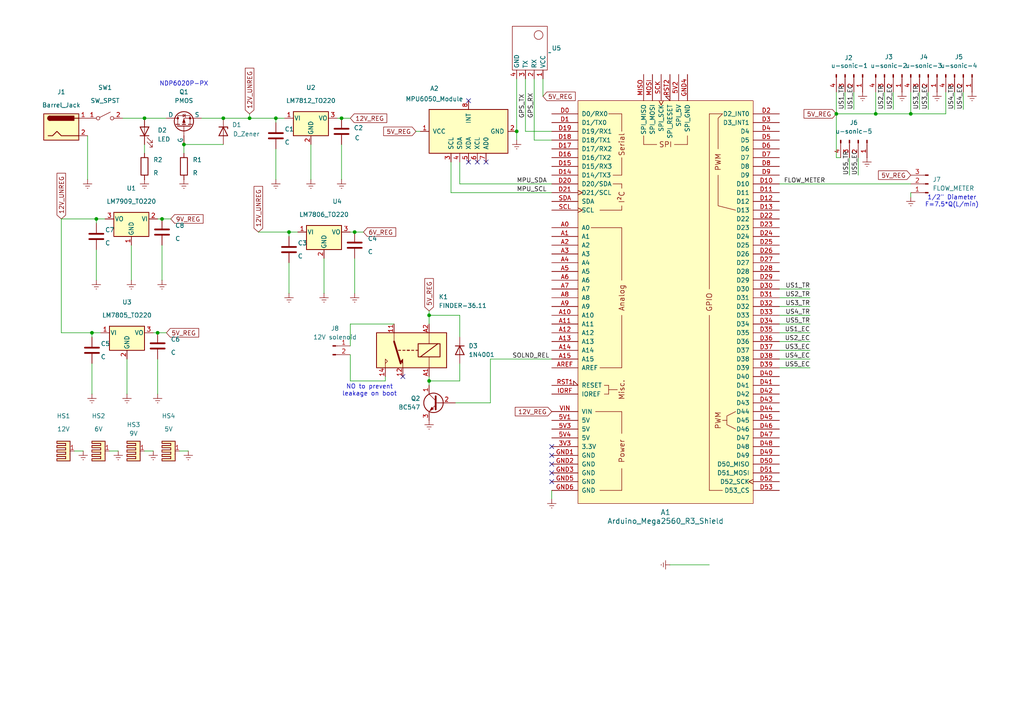
<source format=kicad_sch>
(kicad_sch (version 20231120) (generator "eeschema") (generator_version "8.0")
  (paper "A4")
  (lib_symbols
    (symbol "Charleslabs_Parts:MPU6050_Module" (pin_names (offset 1.016))
      (property "Reference" "A" (at -5.08 12.7 0))
      (property "Value" "MPU6050_Module" (at 8.89 12.7 0))
      (symbol "MPU6050_Module_0_1"
        (rectangle (start -6.35 11.43) (end 6.35 -11.43) (stroke (width 0.254)) (fill (type background)))
      )
      (symbol "MPU6050_Module_1_1"
        (pin power_in line (at 0 13.97 270) (length 2.54) (name "VCC") (number "1"))
        (pin power_in line (at 0 -13.97 90) (length 2.54) (name "GND") (number "2"))
        (pin input line (at -8.89 5.08 0) (length 2.54) (name "SCL") (number "3"))
        (pin input line (at -8.89 2.54 0) (length 2.54) (name "SDA") (number "4"))
        (pin input line (at -8.89 0 0) (length 2.54) (name "XDA") (number "5"))
        (pin input line (at -8.89 -2.54 0) (length 2.54) (name "XCL") (number "6"))
        (pin input line (at -8.89 -5.08 0) (length 2.54) (name "AD0") (number "7"))
        (pin output line (at 8.89 0 180) (length 2.54) (name "INT") (number "8"))
      )
    )
    (symbol "Connector:Barrel_Jack" (pin_names (offset 1.016))
      (property "Reference" "J" (at 0 5.334 0))
      (property "Value" "Barrel_Jack" (at 0 -5.08 0))
      (symbol "Barrel_Jack_0_1"
        (rectangle (start -5.08 3.81) (end 5.08 -3.81) (stroke (width 0.254)) (fill (type background)))
        (arc (start -3.302 3.175) (mid -3.9343 2.54) (end -3.302 1.905) (stroke (width 0.254)))
        (arc (start -3.302 3.175) (mid -3.9343 2.54) (end -3.302 1.905) (stroke (width 0.254)) (fill (type outline)))
        (polyline (pts (xy 5.08 2.54) (xy 3.81 2.54)) (stroke (width 0.254)))
        (polyline (pts (xy -3.81 -2.54) (xy -2.54 -2.54) (xy -1.27 -1.27) (xy 0 -2.54) (xy 2.54 -2.54) (xy 5.08 -2.54)) (stroke (width 0.254)))
        (rectangle (start 3.683 3.175) (end -3.302 1.905) (stroke (width 0.254)) (fill (type outline)))
      )
      (symbol "Barrel_Jack_1_1"
        (pin passive line (at 7.62 2.54 180) (length 2.54) (name "~") (number "1"))
        (pin passive line (at 7.62 -2.54 180) (length 2.54) (name "~") (number "2"))
      )
    )
    (symbol "Connector:Conn_01x02_Pin" (pin_names (offset 1.016) hide)
      (property "Reference" "J" (at 0 2.54 0))
      (property "Value" "Conn_01x02_Pin" (at 0 -5.08 0))
      (symbol "Conn_01x02_Pin_1_1"
        (polyline (pts (xy 1.27 -2.54) (xy 0.8636 -2.54)) (stroke (width 0.1524)))
        (polyline (pts (xy 1.27 0) (xy 0.8636 0)) (stroke (width 0.1524)))
        (rectangle (start 0.8636 -2.413) (end 0 -2.667) (stroke (width 0.1524)) (fill (type outline)))
        (rectangle (start 0.8636 0.127) (end 0 -0.127) (stroke (width 0.1524)) (fill (type outline)))
        (pin passive line (at 5.08 0 180) (length 3.81) (name "Pin_1") (number "1"))
        (pin passive line (at 5.08 -2.54 180) (length 3.81) (name "Pin_2") (number "2"))
      )
    )
    (symbol "Connector:Conn_01x03_Pin" (pin_names (offset 1.016) hide)
      (property "Reference" "J" (at 0 5.08 0))
      (property "Value" "Conn_01x03_Pin" (at 0 -5.08 0))
      (symbol "Conn_01x03_Pin_1_1"
        (polyline (pts (xy 1.27 -2.54) (xy 0.8636 -2.54)) (stroke (width 0.1524)))
        (polyline (pts (xy 1.27 0) (xy 0.8636 0)) (stroke (width 0.1524)))
        (polyline (pts (xy 1.27 2.54) (xy 0.8636 2.54)) (stroke (width 0.1524)))
        (rectangle (start 0.8636 -2.413) (end 0 -2.667) (stroke (width 0.1524)) (fill (type outline)))
        (rectangle (start 0.8636 0.127) (end 0 -0.127) (stroke (width 0.1524)) (fill (type outline)))
        (rectangle (start 0.8636 2.667) (end 0 2.413) (stroke (width 0.1524)) (fill (type outline)))
        (pin passive line (at 5.08 2.54 180) (length 3.81) (name "Pin_1") (number "1"))
        (pin passive line (at 5.08 0 180) (length 3.81) (name "Pin_2") (number "2"))
        (pin passive line (at 5.08 -2.54 180) (length 3.81) (name "Pin_3") (number "3"))
      )
    )
    (symbol "Connector:Conn_01x04_Pin" (pin_names (offset 1.016) hide)
      (property "Reference" "J" (at 0 5.08 0))
      (property "Value" "Conn_01x04_Pin" (at 0 -7.62 0))
      (symbol "Conn_01x04_Pin_1_1"
        (polyline (pts (xy 1.27 -5.08) (xy 0.8636 -5.08)) (stroke (width 0.1524)))
        (polyline (pts (xy 1.27 -2.54) (xy 0.8636 -2.54)) (stroke (width 0.1524)))
        (polyline (pts (xy 1.27 0) (xy 0.8636 0)) (stroke (width 0.1524)))
        (polyline (pts (xy 1.27 2.54) (xy 0.8636 2.54)) (stroke (width 0.1524)))
        (rectangle (start 0.8636 -4.953) (end 0 -5.207) (stroke (width 0.1524)) (fill (type outline)))
        (rectangle (start 0.8636 -2.413) (end 0 -2.667) (stroke (width 0.1524)) (fill (type outline)))
        (rectangle (start 0.8636 0.127) (end 0 -0.127) (stroke (width 0.1524)) (fill (type outline)))
        (rectangle (start 0.8636 2.667) (end 0 2.413) (stroke (width 0.1524)) (fill (type outline)))
        (pin passive line (at 5.08 2.54 180) (length 3.81) (name "Pin_1") (number "1"))
        (pin passive line (at 5.08 0 180) (length 3.81) (name "Pin_2") (number "2"))
        (pin passive line (at 5.08 -2.54 180) (length 3.81) (name "Pin_3") (number "3"))
        (pin passive line (at 5.08 -5.08 180) (length 3.81) (name "Pin_4") (number "4"))
      )
    )
    (symbol "Device:C" (pin_numbers hide) (pin_names (offset 0.254))
      (property "Reference" "C" (at 0.635 2.54 0))
      (property "Value" "C" (at 0.635 -2.54 0))
      (symbol "C_0_1"
        (polyline (pts (xy -2.032 -0.762) (xy 2.032 -0.762)) (stroke (width 0.508)))
        (polyline (pts (xy -2.032 0.762) (xy 2.032 0.762)) (stroke (width 0.508)))
      )
      (symbol "C_1_1"
        (pin passive line (at 0 3.81 270) (length 2.794) (name "~") (number "1"))
        (pin passive line (at 0 -3.81 90) (length 2.794) (name "~") (number "2"))
      )
    )
    (symbol "Device:D_Zener" (pin_numbers hide) (pin_names (offset 1.016) hide)
      (property "Reference" "D" (at 0 2.54 0))
      (property "Value" "D_Zener" (at 0 -2.54 0))
      (symbol "D_Zener_0_1"
        (polyline (pts (xy 1.27 0) (xy -1.27 0)))
        (polyline (pts (xy -1.27 -1.27) (xy -1.27 1.27) (xy -0.762 1.27)) (stroke (width 0.254)))
        (polyline (pts (xy 1.27 -1.27) (xy 1.27 1.27) (xy -1.27 0) (xy 1.27 -1.27)) (stroke (width 0.254)))
      )
      (symbol "D_Zener_1_1"
        (pin passive line (at -3.81 0 0) (length 2.54) (name "K") (number "1"))
        (pin passive line (at 3.81 0 180) (length 2.54) (name "A") (number "2"))
      )
    )
    (symbol "Device:LED" (pin_numbers hide) (pin_names (offset 1.016) hide)
      (property "Reference" "D" (at 0 2.54 0))
      (property "Value" "LED" (at 0 -2.54 0))
      (symbol "LED_0_1"
        (polyline (pts (xy -1.27 -1.27) (xy -1.27 1.27)) (stroke (width 0.254)))
        (polyline (pts (xy -1.27 0) (xy 1.27 0)))
        (polyline (pts (xy 1.27 -1.27) (xy 1.27 1.27) (xy -1.27 0) (xy 1.27 -1.27)) (stroke (width 0.254)))
        (polyline (pts (xy -3.048 -0.762) (xy -4.572 -2.286) (xy -3.81 -2.286) (xy -4.572 -2.286) (xy -4.572 -1.524)))
        (polyline (pts (xy -1.778 -0.762) (xy -3.302 -2.286) (xy -2.54 -2.286) (xy -3.302 -2.286) (xy -3.302 -1.524)))
      )
      (symbol "LED_1_1"
        (pin passive line (at -3.81 0 0) (length 2.54) (name "K") (number "1"))
        (pin passive line (at 3.81 0 180) (length 2.54) (name "A") (number "2"))
      )
    )
    (symbol "Device:R" (pin_numbers hide) (pin_names (offset 0))
      (property "Reference" "R" (at 2.032 0 90))
      (property "Value" "R" (at 0 0 90))
      (symbol "R_0_1"
        (rectangle (start -1.016 -2.54) (end 1.016 2.54) (stroke (width 0.254)))
      )
      (symbol "R_1_1"
        (pin passive line (at 0 3.81 270) (length 1.27) (name "~") (number "1"))
        (pin passive line (at 0 -3.81 90) (length 1.27) (name "~") (number "2"))
      )
    )
    (symbol "Diode:1N4001" (pin_numbers hide) (pin_names hide)
      (property "Reference" "D" (at 0 2.54 0))
      (property "Value" "1N4001" (at 0 -2.54 0))
      (symbol "1N4001_0_1"
        (polyline (pts (xy -1.27 1.27) (xy -1.27 -1.27)) (stroke (width 0.254)))
        (polyline (pts (xy 1.27 0) (xy -1.27 0)))
        (polyline (pts (xy 1.27 1.27) (xy 1.27 -1.27) (xy -1.27 0) (xy 1.27 1.27)) (stroke (width 0.254)))
      )
      (symbol "1N4001_1_1"
        (pin passive line (at -3.81 0 0) (length 2.54) (name "K") (number "1"))
        (pin passive line (at 3.81 0 180) (length 2.54) (name "A") (number "2"))
      )
    )
    (symbol "Mechanical:Heatsink_Pad" (pin_names (offset 0)) (exclude_from_sim yes)
      (property "Reference" "HS" (at 0 5.715 0))
      (property "Value" "Heatsink_Pad" (at 0 3.81 0))
      (symbol "Heatsink_Pad_0_1"
        (polyline (pts (xy -0.3302 0) (xy -0.9652 0) (xy -0.9652 2.54) (xy -1.6002 2.54) (xy -1.6002 0) (xy -2.2352 0) (xy -2.2352 2.54) (xy -2.8702 2.54) (xy -2.8702 -1.27) (xy -0.9652 -1.27)) (stroke (width 0.254)) (fill (type background)))
        (polyline (pts (xy -0.3302 0) (xy -0.3302 2.54) (xy 0.3048 2.54) (xy 0.3048 0) (xy 0.9398 0) (xy 0.9398 2.54) (xy 1.5748 2.54) (xy 1.5748 0) (xy 2.2098 0) (xy 2.2098 2.54) (xy 2.8448 2.54) (xy 2.8448 -1.27) (xy -0.9652 -1.27)) (stroke (width 0.254)) (fill (type background)))
      )
      (symbol "Heatsink_Pad_1_1"
        (pin passive line (at 0 -2.54 90) (length 1.27) (name "~") (number "1"))
      )
    )
    (symbol "PCM_arduino-library:Arduino_Mega2560_R3_Shield" (pin_names (offset 1.016))
      (property "Reference" "A" (at 0 -62.23 0))
      (property "Value" "Arduino_Mega2560_R3_Shield" (at 0 -66.04 0))
      (symbol "Arduino_Mega2560_R3_Shield_0_0"
        (rectangle (start -25.4 -58.42) (end 25.4 58.42) (fill (type background)))
        (rectangle (start -20.32 -31.75) (end -12.7 -31.75))
        (rectangle (start -19.05 -54.61) (end -12.7 -54.61))
        (rectangle (start -19.05 -19.05) (end -12.7 -19.05))
        (rectangle (start -19.05 26.67) (end -12.7 26.67))
        (rectangle (start -17.78 -26.67) (end -16.51 -26.67))
        (rectangle (start -17.78 -24.13) (end -16.51 -24.13))
        (rectangle (start -16.51 -25.4) (end -13.97 -25.4))
        (rectangle (start -16.51 -24.13) (end -16.51 -26.67))
        (rectangle (start -16.51 54.61) (end -12.7 54.61))
        (rectangle (start -15.24 34.29) (end -12.7 34.29))
        (rectangle (start -15.24 36.83) (end -12.7 36.83))
        (rectangle (start -12.7 -54.61) (end -12.7 -48.26))
        (rectangle (start -12.7 -31.75) (end -12.7 -38.1))
        (rectangle (start -12.7 26.67) (end -12.7 27.94))
        (rectangle (start -12.7 34.29) (end -12.7 33.02))
        (rectangle (start -12.7 41.91) (end -12.7 36.83))
        (rectangle (start -12.7 49.53) (end -12.7 54.61))
        (rectangle (start -6.35 48.26) (end -6.35 45.72))
        (rectangle (start -2.54 45.72) (end -6.35 45.72))
        (polyline (pts (xy -21.59 21.59) (xy -12.7 21.59)))
        (polyline (pts (xy -12.7 -19.05) (xy -12.7 -3.81)))
        (polyline (pts (xy -12.7 6.35) (xy -12.7 21.59)))
        (polyline (pts (xy 12.7 -54.61) (xy 16.51 -54.61)))
        (polyline (pts (xy 12.7 54.61) (xy 16.51 54.61)))
        (polyline (pts (xy 17.78 -34.29) (xy 16.51 -34.29)))
        (polyline (pts (xy 15.24 36.83) (xy 15.24 27.94) (xy 20.32 26.67)))
        (polyline (pts (xy 15.24 44.45) (xy 15.24 53.34) (xy 16.51 54.61)))
        (polyline (pts (xy 20.32 -31.75) (xy 17.78 -33.02) (xy 17.78 -35.56) (xy 20.32 -36.83)))
        (rectangle (start 6.35 45.72) (end 2.54 45.72))
        (rectangle (start 6.35 48.26) (end 6.35 45.72))
        (text "Analog" (at -12.7 1.27 900) (effects (font (size 1.524 1.524))))
        (text "I²C" (at -12.7 30.48 900) (effects (font (size 1.524 1.524))))
        (text "Misc." (at -12.7 -25.4 900) (effects (font (size 1.524 1.524))))
        (text "Power" (at -12.7 -43.18 900) (effects (font (size 1.524 1.524))))
        (text "PWM" (at 15.24 -34.29 900) (effects (font (size 1.524 1.524))))
        (text "PWM" (at 15.24 40.64 900) (effects (font (size 1.524 1.524))))
        (text "Serial" (at -12.7 45.72 900) (effects (font (size 1.524 1.524))))
        (text "SPI" (at 0 45.72 0) (effects (font (size 1.524 1.524))))
      )
      (symbol "Arduino_Mega2560_R3_Shield_1_0"
        (rectangle (start 12.7 -54.61) (end 12.7 -3.81))
        (rectangle (start 12.7 54.61) (end 12.7 3.81))
        (text "GPIO" (at 12.7 0 900) (effects (font (size 1.524 1.524))))
      )
      (symbol "Arduino_Mega2560_R3_Shield_1_1"
        (pin power_out line (at -33.02 -41.91 0) (length 7.62) (name "3.3V") (number "3V3"))
        (pin power_in line (at -33.02 -34.29 0) (length 7.62) (name "5V") (number "5V1"))
        (pin power_in line (at 3.81 66.04 270) (length 7.62) (name "SPI_5V") (number "5V2"))
        (pin power_in line (at -33.02 -36.83 0) (length 7.62) (name "5V") (number "5V3"))
        (pin power_in line (at -33.02 -39.37 0) (length 7.62) (name "5V") (number "5V4"))
        (pin bidirectional line (at -33.02 21.59 0) (length 7.62) (name "A0") (number "A0"))
        (pin bidirectional line (at -33.02 19.05 0) (length 7.62) (name "A1") (number "A1"))
        (pin bidirectional line (at -33.02 -3.81 0) (length 7.62) (name "A10") (number "A10"))
        (pin bidirectional line (at -33.02 -6.35 0) (length 7.62) (name "A11") (number "A11"))
        (pin bidirectional line (at -33.02 -8.89 0) (length 7.62) (name "A12") (number "A12"))
        (pin bidirectional line (at -33.02 -11.43 0) (length 7.62) (name "A13") (number "A13"))
        (pin bidirectional line (at -33.02 -13.97 0) (length 7.62) (name "A14") (number "A14"))
        (pin bidirectional line (at -33.02 -16.51 0) (length 7.62) (name "A15") (number "A15"))
        (pin bidirectional line (at -33.02 16.51 0) (length 7.62) (name "A2") (number "A2"))
        (pin bidirectional line (at -33.02 13.97 0) (length 7.62) (name "A3") (number "A3"))
        (pin bidirectional line (at -33.02 11.43 0) (length 7.62) (name "A4") (number "A4"))
        (pin bidirectional line (at -33.02 8.89 0) (length 7.62) (name "A5") (number "A5"))
        (pin bidirectional line (at -33.02 6.35 0) (length 7.62) (name "A6") (number "A6"))
        (pin bidirectional line (at -33.02 3.81 0) (length 7.62) (name "A7") (number "A7"))
        (pin bidirectional line (at -33.02 1.27 0) (length 7.62) (name "A8") (number "A8"))
        (pin bidirectional line (at -33.02 -1.27 0) (length 7.62) (name "A9") (number "A9"))
        (pin input line (at -33.02 -19.05 0) (length 7.62) (name "AREF") (number "AREF"))
        (pin bidirectional line (at -33.02 54.61 0) (length 7.62) (name "D0/RX0") (number "D0"))
        (pin bidirectional line (at -33.02 52.07 0) (length 7.62) (name "D1/TX0") (number "D1"))
        (pin bidirectional line (at 33.02 34.29 180) (length 7.62) (name "D10") (number "D10"))
        (pin bidirectional line (at 33.02 31.75 180) (length 7.62) (name "D11") (number "D11"))
        (pin bidirectional line (at 33.02 29.21 180) (length 7.62) (name "D12") (number "D12"))
        (pin bidirectional line (at 33.02 26.67 180) (length 7.62) (name "D13") (number "D13"))
        (pin bidirectional line (at -33.02 36.83 0) (length 7.62) (name "D14/TX3") (number "D14"))
        (pin bidirectional line (at -33.02 39.37 0) (length 7.62) (name "D15/RX3") (number "D15"))
        (pin bidirectional line (at -33.02 41.91 0) (length 7.62) (name "D16/TX2") (number "D16"))
        (pin bidirectional line (at -33.02 44.45 0) (length 7.62) (name "D17/RX2") (number "D17"))
        (pin bidirectional line (at -33.02 46.99 0) (length 7.62) (name "D18/TX1") (number "D18"))
        (pin bidirectional line (at -33.02 49.53 0) (length 7.62) (name "D19/RX1") (number "D19"))
        (pin bidirectional line (at 33.02 54.61 180) (length 7.62) (name "D2_INT0") (number "D2"))
        (pin bidirectional line (at -33.02 34.29 0) (length 7.62) (name "D20/SDA") (number "D20"))
        (pin bidirectional clock (at -33.02 31.75 0) (length 7.62) (name "D21/SCL") (number "D21"))
        (pin bidirectional line (at 33.02 24.13 180) (length 7.62) (name "D22") (number "D22"))
        (pin bidirectional line (at 33.02 21.59 180) (length 7.62) (name "D23") (number "D23"))
        (pin bidirectional line (at 33.02 19.05 180) (length 7.62) (name "D24") (number "D24"))
        (pin bidirectional line (at 33.02 16.51 180) (length 7.62) (name "D25") (number "D25"))
        (pin bidirectional line (at 33.02 13.97 180) (length 7.62) (name "D26") (number "D26"))
        (pin bidirectional line (at 33.02 11.43 180) (length 7.62) (name "D27") (number "D27"))
        (pin bidirectional line (at 33.02 8.89 180) (length 7.62) (name "D28") (number "D28"))
        (pin bidirectional line (at 33.02 6.35 180) (length 7.62) (name "D29") (number "D29"))
        (pin bidirectional line (at 33.02 52.07 180) (length 7.62) (name "D3_INT1") (number "D3"))
        (pin bidirectional line (at 33.02 3.81 180) (length 7.62) (name "D30") (number "D30"))
        (pin bidirectional line (at 33.02 1.27 180) (length 7.62) (name "D31") (number "D31"))
        (pin bidirectional line (at 33.02 -1.27 180) (length 7.62) (name "D32") (number "D32"))
        (pin bidirectional line (at 33.02 -3.81 180) (length 7.62) (name "D33") (number "D33"))
        (pin bidirectional line (at 33.02 -6.35 180) (length 7.62) (name "D34") (number "D34"))
        (pin bidirectional line (at 33.02 -8.89 180) (length 7.62) (name "D35") (number "D35"))
        (pin bidirectional line (at 33.02 -11.43 180) (length 7.62) (name "D36") (number "D36"))
        (pin bidirectional line (at 33.02 -13.97 180) (length 7.62) (name "D37") (number "D37"))
        (pin bidirectional line (at 33.02 -16.51 180) (length 7.62) (name "D38") (number "D38"))
        (pin bidirectional line (at 33.02 -19.05 180) (length 7.62) (name "D39") (number "D39"))
        (pin bidirectional line (at 33.02 49.53 180) (length 7.62) (name "D4") (number "D4"))
        (pin bidirectional line (at 33.02 -21.59 180) (length 7.62) (name "D40") (number "D40"))
        (pin bidirectional line (at 33.02 -24.13 180) (length 7.62) (name "D41") (number "D41"))
        (pin bidirectional line (at 33.02 -26.67 180) (length 7.62) (name "D42") (number "D42"))
        (pin bidirectional line (at 33.02 -29.21 180) (length 7.62) (name "D43") (number "D43"))
        (pin bidirectional line (at 33.02 -31.75 180) (length 7.62) (name "D44") (number "D44"))
        (pin bidirectional line (at 33.02 -34.29 180) (length 7.62) (name "D45") (number "D45"))
        (pin bidirectional line (at 33.02 -36.83 180) (length 7.62) (name "D46") (number "D46"))
        (pin bidirectional line (at 33.02 -39.37 180) (length 7.62) (name "D47") (number "D47"))
        (pin bidirectional line (at 33.02 -41.91 180) (length 7.62) (name "D48") (number "D48"))
        (pin bidirectional line (at 33.02 -44.45 180) (length 7.62) (name "D49") (number "D49"))
        (pin bidirectional line (at 33.02 46.99 180) (length 7.62) (name "D5") (number "D5"))
        (pin bidirectional line (at 33.02 -46.99 180) (length 7.62) (name "D50_MISO") (number "D50"))
        (pin bidirectional line (at 33.02 -49.53 180) (length 7.62) (name "D51_MOSI") (number "D51"))
        (pin bidirectional clock (at 33.02 -52.07 180) (length 7.62) (name "D52_SCK") (number "D52"))
        (pin bidirectional line (at 33.02 -54.61 180) (length 7.62) (name "D53_CS") (number "D53"))
        (pin bidirectional line (at 33.02 44.45 180) (length 7.62) (name "D6") (number "D6"))
        (pin bidirectional line (at 33.02 41.91 180) (length 7.62) (name "D7") (number "D7"))
        (pin bidirectional line (at 33.02 39.37 180) (length 7.62) (name "D8") (number "D8"))
        (pin bidirectional line (at 33.02 36.83 180) (length 7.62) (name "D9") (number "D9"))
        (pin power_in line (at -33.02 -44.45 0) (length 7.62) (name "GND") (number "GND1"))
        (pin power_in line (at -33.02 -46.99 0) (length 7.62) (name "GND") (number "GND2"))
        (pin power_in line (at -33.02 -49.53 0) (length 7.62) (name "GND") (number "GND3"))
        (pin power_in line (at 6.35 66.04 270) (length 7.62) (name "SPI_GND") (number "GND4"))
        (pin power_in line (at -33.02 -52.07 0) (length 7.62) (name "GND") (number "GND5"))
        (pin power_in line (at -33.02 -54.61 0) (length 7.62) (name "GND") (number "GND6"))
        (pin output line (at -33.02 -26.67 0) (length 7.62) (name "IOREF") (number "IORF"))
        (pin input line (at -6.35 66.04 270) (length 7.62) (name "SPI_MISO") (number "MISO"))
        (pin output line (at -3.81 66.04 270) (length 7.62) (name "SPI_MOSI") (number "MOSI"))
        (pin open_collector input_low (at -33.02 -24.13 0) (length 7.62) (name "RESET") (number "RST1"))
        (pin open_collector input_low (at 1.27 66.04 270) (length 7.62) (name "SPI_RESET") (number "RST2"))
        (pin output clock (at -1.27 66.04 270) (length 7.62) (name "SPI_SCK") (number "SCK"))
        (pin bidirectional clock (at -33.02 26.67 0) (length 7.62) (name "SCL") (number "SCL"))
        (pin bidirectional line (at -33.02 29.21 0) (length 7.62) (name "SDA") (number "SDA"))
        (pin power_in line (at -33.02 -31.75 0) (length 7.62) (name "VIN") (number "VIN"))
      )
    )
    (symbol "Regulator_Linear:LM7805_TO220" (pin_names (offset 0.254))
      (property "Reference" "U" (at -3.81 3.175 0))
      (property "Value" "LM7805_TO220" (at 0 3.175 0))
      (symbol "LM7805_TO220_0_1"
        (rectangle (start -5.08 1.905) (end 5.08 -5.08) (stroke (width 0.254)) (fill (type background)))
      )
      (symbol "LM7805_TO220_1_1"
        (pin power_in line (at -7.62 0 0) (length 2.54) (name "VI") (number "1"))
        (pin power_in line (at 0 -7.62 90) (length 2.54) (name "GND") (number "2"))
        (pin power_out line (at 7.62 0 180) (length 2.54) (name "VO") (number "3"))
      )
    )
    (symbol "Regulator_Linear:LM7806_TO220" (pin_names (offset 0.254))
      (property "Reference" "U" (at -3.81 3.175 0))
      (property "Value" "LM7806_TO220" (at 0 3.175 0))
      (symbol "LM7806_TO220_0_1"
        (rectangle (start -5.08 1.905) (end 5.08 -5.08) (stroke (width 0.254)) (fill (type background)))
      )
      (symbol "LM7806_TO220_1_1"
        (pin power_in line (at -7.62 0 0) (length 2.54) (name "VI") (number "1"))
        (pin power_in line (at 0 -7.62 90) (length 2.54) (name "GND") (number "2"))
        (pin power_out line (at 7.62 0 180) (length 2.54) (name "VO") (number "3"))
      )
    )
    (symbol "Regulator_Linear:LM7812_TO220" (pin_names (offset 0.254))
      (property "Reference" "U" (at -3.81 3.175 0))
      (property "Value" "LM7812_TO220" (at 0 3.175 0))
      (symbol "LM7812_TO220_0_1"
        (rectangle (start -5.08 1.905) (end 5.08 -5.08) (stroke (width 0.254)) (fill (type background)))
      )
      (symbol "LM7812_TO220_1_1"
        (pin power_in line (at -7.62 0 0) (length 2.54) (name "VI") (number "1"))
        (pin power_in line (at 0 -7.62 90) (length 2.54) (name "GND") (number "2"))
        (pin power_out line (at 7.62 0 180) (length 2.54) (name "VO") (number "3"))
      )
    )
    (symbol "Regulator_Linear:LM7909_TO220" (pin_names (offset 0.254))
      (property "Reference" "U" (at -3.81 -3.175 0))
      (property "Value" "LM7909_TO220" (at 0 -3.175 0))
      (symbol "LM7909_TO220_0_1"
        (rectangle (start -5.08 5.08) (end 5.08 -1.905) (stroke (width 0.254)) (fill (type background)))
      )
      (symbol "LM7909_TO220_1_1"
        (pin power_in line (at 0 7.62 270) (length 2.54) (name "GND") (number "1"))
        (pin power_in line (at -7.62 0 0) (length 2.54) (name "VI") (number "2"))
        (pin power_out line (at 7.62 0 180) (length 2.54) (name "VO") (number "3"))
      )
    )
    (symbol "Relay:FINDER-36.11"
      (property "Reference" "K" (at 11.43 3.81 0))
      (property "Value" "FINDER-36.11" (at 11.43 1.27 0))
      (symbol "FINDER-36.11_0_0"
        (polyline (pts (xy 2.54 3.81) (xy 2.54 5.08)))
        (polyline (pts (xy 7.62 3.81) (xy 7.62 5.08)))
        (polyline (pts (xy 7.62 3.81) (xy 7.62 2.54) (xy 6.985 3.175) (xy 7.62 3.81)))
      )
      (symbol "FINDER-36.11_0_1"
        (rectangle (start -10.16 5.08) (end 10.16 -5.08) (stroke (width 0.254)) (fill (type background)))
        (rectangle (start -8.255 1.905) (end -1.905 -1.905) (stroke (width 0.254)))
        (polyline (pts (xy -7.62 -1.905) (xy -2.54 1.905)) (stroke (width 0.254)))
        (polyline (pts (xy -5.08 -5.08) (xy -5.08 -1.905)))
        (polyline (pts (xy -5.08 5.08) (xy -5.08 1.905)))
        (polyline (pts (xy -1.905 0) (xy -1.27 0)) (stroke (width 0.254)))
        (polyline (pts (xy -0.635 0) (xy 0 0)) (stroke (width 0.254)))
        (polyline (pts (xy 0.635 0) (xy 1.27 0)) (stroke (width 0.254)))
        (polyline (pts (xy 0.635 0) (xy 1.27 0)) (stroke (width 0.254)))
        (polyline (pts (xy 1.905 0) (xy 2.54 0)) (stroke (width 0.254)))
        (polyline (pts (xy 3.175 0) (xy 3.81 0)) (stroke (width 0.254)))
        (polyline (pts (xy 5.08 -2.54) (xy 3.175 3.81)) (stroke (width 0.508)))
        (polyline (pts (xy 5.08 -2.54) (xy 5.08 -5.08)))
        (polyline (pts (xy 2.54 2.54) (xy 2.54 3.81) (xy 2.54 2.54) (xy 2.54 2.54) (xy 3.175 3.175) (xy 2.54 3.81)) (fill (type outline)))
      )
      (symbol "FINDER-36.11_1_1"
        (pin passive line (at 5.08 -7.62 90) (length 2.54) (name "~") (number "11"))
        (pin passive line (at 2.54 7.62 270) (length 2.54) (name "~") (number "12"))
        (pin passive line (at 7.62 7.62 270) (length 2.54) (name "~") (number "14"))
        (pin passive line (at -5.08 7.62 270) (length 2.54) (name "~") (number "A1"))
        (pin passive line (at -5.08 -7.62 90) (length 2.54) (name "~") (number "A2"))
      )
    )
    (symbol "Simulation_SPICE:PMOS" (pin_numbers hide) (pin_names (offset 0))
      (property "Reference" "Q" (at 5.08 1.27 0))
      (property "Value" "PMOS" (at 5.08 -1.27 0))
      (symbol "PMOS_0_1"
        (polyline (pts (xy 0.254 0) (xy -2.54 0)))
        (polyline (pts (xy 0.254 1.905) (xy 0.254 -1.905)) (stroke (width 0.254)))
        (polyline (pts (xy 0.762 -1.27) (xy 0.762 -2.286)) (stroke (width 0.254)))
        (polyline (pts (xy 0.762 0.508) (xy 0.762 -0.508)) (stroke (width 0.254)))
        (polyline (pts (xy 0.762 2.286) (xy 0.762 1.27)) (stroke (width 0.254)))
        (polyline (pts (xy 2.54 2.54) (xy 2.54 1.778)))
        (polyline (pts (xy 2.54 -2.54) (xy 2.54 0) (xy 0.762 0)))
        (polyline (pts (xy 0.762 1.778) (xy 3.302 1.778) (xy 3.302 -1.778) (xy 0.762 -1.778)))
        (polyline (pts (xy 2.286 0) (xy 1.27 0.381) (xy 1.27 -0.381) (xy 2.286 0)) (fill (type outline)))
        (polyline (pts (xy 2.794 -0.508) (xy 2.921 -0.381) (xy 3.683 -0.381) (xy 3.81 -0.254)))
        (polyline (pts (xy 3.302 -0.381) (xy 2.921 0.254) (xy 3.683 0.254) (xy 3.302 -0.381)))
        (circle (center 1.651 0) (radius 2.794) (stroke (width 0.254)))
        (circle (center 2.54 -1.778) (radius 0.254) (fill (type outline)))
        (circle (center 2.54 1.778) (radius 0.254) (fill (type outline)))
      )
      (symbol "PMOS_1_1"
        (pin passive line (at 2.54 5.08 270) (length 2.54) (name "D") (number "1"))
        (pin input line (at -5.08 0 0) (length 2.54) (name "G") (number "2"))
        (pin passive line (at 2.54 -5.08 90) (length 2.54) (name "S") (number "3"))
      )
    )
    (symbol "Switch:SW_SPST" (pin_names (offset 0) hide)
      (property "Reference" "SW" (at 0 3.175 0))
      (property "Value" "SW_SPST" (at 0 -2.54 0))
      (symbol "SW_SPST_0_0"
        (circle (center -2.032 0) (radius 0.508))
        (polyline (pts (xy -1.524 0.254) (xy 1.524 1.778)))
        (circle (center 2.032 0) (radius 0.508))
      )
      (symbol "SW_SPST_1_1"
        (pin passive line (at -5.08 0 0) (length 2.54) (name "A") (number "1"))
        (pin passive line (at 5.08 0 180) (length 2.54) (name "B") (number "2"))
      )
    )
    (symbol "Transistor_BJT:BC547" (pin_names (offset 0) hide)
      (property "Reference" "Q" (at 5.08 1.905 0))
      (property "Value" "BC547" (at 5.08 0 0))
      (symbol "BC547_0_1"
        (polyline (pts (xy 0 0) (xy 0.635 0)))
        (polyline (pts (xy 0.635 0.635) (xy 2.54 2.54)))
        (polyline (pts (xy 0.635 -0.635) (xy 2.54 -2.54) (xy 2.54 -2.54)))
        (polyline (pts (xy 0.635 1.905) (xy 0.635 -1.905) (xy 0.635 -1.905)) (stroke (width 0.508)))
        (polyline (pts (xy 1.27 -1.778) (xy 1.778 -1.27) (xy 2.286 -2.286) (xy 1.27 -1.778) (xy 1.27 -1.778)) (fill (type outline)))
        (circle (center 1.27 0) (radius 2.8194) (stroke (width 0.254)))
      )
      (symbol "BC547_1_1"
        (pin passive line (at 2.54 5.08 270) (length 2.54) (name "C") (number "1"))
        (pin input line (at -5.08 0 0) (length 5.08) (name "B") (number "2"))
        (pin passive line (at 2.54 -5.08 90) (length 2.54) (name "E") (number "3"))
      )
    )
    (symbol "my-modules:NEO-6M-GPS-MODULE"
      (property "Reference" "U" (at 4.826 2.54 0))
      (symbol "NEO-6M-GPS-MODULE_0_1"
        (rectangle (start 0 1.27) (end 12.7 -8.89))
        (circle (center 10.16 -6.35) (radius 1.27))
      )
      (symbol "NEO-6M-GPS-MODULE_1_1"
        (pin input line (at -2.54 -7.62 0) (length 2.54) (name "VCC") (number "1"))
        (pin input line (at -2.54 -5.08 0) (length 2.54) (name "RX") (number "2"))
        (pin input line (at -2.54 -2.54 0) (length 2.54) (name "TX") (number "3"))
        (pin input line (at -2.54 0 0) (length 2.54) (name "GND") (number "4"))
      )
    )
    (symbol "power:Earth" (power) (pin_numbers hide) (pin_names (offset 0) hide)
      (property "Value" "Earth" (at 0 -3.81 0))
      (symbol "Earth_0_1"
        (polyline (pts (xy -0.635 -1.905) (xy 0.635 -1.905)))
        (polyline (pts (xy -0.127 -2.54) (xy 0.127 -2.54)))
        (polyline (pts (xy 0 -1.27) (xy 0 0)))
        (polyline (pts (xy 1.27 -1.27) (xy -1.27 -1.27)))
      )
      (symbol "Earth_1_1"
        (pin power_in line (at 0 0 270) (length 0) (name "~") (number "1"))
      )
    )
  )
  (junction (at 80.01 34.29))
  (junction (at 27.94 63.5))
  (junction (at 83.82 67.31))
  (junction (at 264.16 33.02))
  (junction (at 26.67 96.52))
  (junction (at 72.39 34.29))
  (junction (at 254 33.02))
  (junction (at 46.99 63.5))
  (junction (at 64.77 34.29))
  (junction (at 99.06 34.29))
  (junction (at 53.34 41.91))
  (junction (at 41.91 34.29))
  (junction (at 242.57 33.02))
  (junction (at 149.86 38.1))
  (junction (at 124.46 91.44))
  (junction (at 45.72 96.52))
  (junction (at 124.46 110.49))
  (junction (at 102.87 67.31))
  (no_connect (at 160.02 132.08))
  (no_connect (at 138.43 46.99))
  (no_connect (at 160.02 137.16))
  (no_connect (at 160.02 129.54))
  (no_connect (at 135.89 29.21))
  (no_connect (at 160.02 139.7))
  (no_connect (at 135.89 46.99))
  (no_connect (at 140.97 46.99))
  (no_connect (at 160.02 134.62))
  (no_connect (at 116.84 109.22))
  (wire (pts (xy 72.39 33.02) (xy 72.39 34.29)))
  (wire (pts (xy 142.24 116.84) (xy 142.24 104.14)))
  (wire (pts (xy 133.35 91.44) (xy 133.35 97.79)))
  (wire (pts (xy 152.4 38.1) (xy 160.02 38.1)))
  (wire (pts (xy 269.24 26.67) (xy 269.24 31.75)))
  (wire (pts (xy 226.06 96.52) (xy 234.95 96.52)))
  (wire (pts (xy 279.4 26.67) (xy 279.4 31.75)))
  (wire (pts (xy 41.91 130.81) (xy 44.45 130.81)))
  (wire (pts (xy 121.92 38.1) (xy 120.65 38.1)))
  (wire (pts (xy 226.06 99.06) (xy 234.95 99.06)))
  (wire (pts (xy 246.38 45.72) (xy 246.38 50.8)))
  (wire (pts (xy 46.99 71.12) (xy 46.99 81.28)))
  (wire (pts (xy 130.81 55.88) (xy 160.02 55.88)))
  (wire (pts (xy 242.57 33.02) (xy 242.57 45.72)))
  (wire (pts (xy 259.08 26.67) (xy 259.08 31.75)))
  (wire (pts (xy 80.01 35.56) (xy 80.01 34.29)))
  (wire (pts (xy 245.11 26.67) (xy 245.11 31.75)))
  (wire (pts (xy 101.6 34.29) (xy 99.06 34.29)))
  (wire (pts (xy 247.65 26.67) (xy 247.65 31.75)))
  (wire (pts (xy 58.42 34.29) (xy 64.77 34.29)))
  (wire (pts (xy 124.46 109.22) (xy 124.46 110.49)))
  (wire (pts (xy 226.06 101.6) (xy 234.95 101.6)))
  (wire (pts (xy 194.31 163.83) (xy 205.74 163.83)))
  (wire (pts (xy 149.86 22.86) (xy 149.86 38.1)))
  (wire (pts (xy 90.17 41.91) (xy 90.17 52.07)))
  (wire (pts (xy 80.01 34.29) (xy 82.55 34.29)))
  (wire (pts (xy 101.6 100.33) (xy 101.6 93.98)))
  (wire (pts (xy 26.67 97.79) (xy 26.67 96.52)))
  (wire (pts (xy 45.72 104.14) (xy 45.72 114.3)))
  (wire (pts (xy 46.99 63.5) (xy 45.72 63.5)))
  (wire (pts (xy 36.83 104.14) (xy 36.83 114.3)))
  (wire (pts (xy 93.98 74.93) (xy 93.98 85.09)))
  (wire (pts (xy 64.77 34.29) (xy 72.39 34.29)))
  (wire (pts (xy 26.67 96.52) (xy 29.21 96.52)))
  (wire (pts (xy 52.07 130.81) (xy 54.61 130.81)))
  (wire (pts (xy 38.1 71.12) (xy 38.1 81.28)))
  (wire (pts (xy 53.34 41.91) (xy 53.34 44.45)))
  (wire (pts (xy 102.87 74.93) (xy 102.87 85.09)))
  (wire (pts (xy 31.75 130.81) (xy 34.29 130.81)))
  (wire (pts (xy 99.06 34.29) (xy 97.79 34.29)))
  (wire (pts (xy 74.93 67.31) (xy 83.82 67.31)))
  (wire (pts (xy 41.91 44.45) (xy 41.91 41.91)))
  (wire (pts (xy 53.34 41.91) (xy 64.77 41.91)))
  (wire (pts (xy 17.78 96.52) (xy 17.78 63.5)))
  (wire (pts (xy 25.4 52.07) (xy 25.4 39.37)))
  (wire (pts (xy 83.82 68.58) (xy 83.82 67.31)))
  (wire (pts (xy 132.08 116.84) (xy 142.24 116.84)))
  (wire (pts (xy 124.46 91.44) (xy 133.35 91.44)))
  (wire (pts (xy 226.06 104.14) (xy 234.95 104.14)))
  (wire (pts (xy 226.06 88.9) (xy 234.95 88.9)))
  (wire (pts (xy 80.01 43.18) (xy 80.01 52.07)))
  (wire (pts (xy 226.06 86.36) (xy 234.95 86.36)))
  (wire (pts (xy 264.16 26.67) (xy 264.16 33.02)))
  (wire (pts (xy 149.86 40.64) (xy 149.86 38.1)))
  (wire (pts (xy 111.76 109.22) (xy 111.76 110.49)))
  (wire (pts (xy 264.16 33.02) (xy 274.32 33.02)))
  (wire (pts (xy 111.76 110.49) (xy 101.6 110.49)))
  (wire (pts (xy 27.94 64.77) (xy 27.94 63.5)))
  (wire (pts (xy 142.24 104.14) (xy 160.02 104.14)))
  (wire (pts (xy 101.6 93.98) (xy 114.3 93.98)))
  (wire (pts (xy 276.86 26.67) (xy 276.86 31.75)))
  (wire (pts (xy 133.35 105.41) (xy 133.35 110.49)))
  (wire (pts (xy 242.57 33.02) (xy 254 33.02)))
  (wire (pts (xy 27.94 72.39) (xy 27.94 81.28)))
  (wire (pts (xy 124.46 91.44) (xy 124.46 93.98)))
  (wire (pts (xy 264.16 57.15) (xy 264.16 55.88)))
  (wire (pts (xy 49.53 63.5) (xy 46.99 63.5)))
  (wire (pts (xy 154.94 22.86) (xy 154.94 40.64)))
  (wire (pts (xy 83.82 76.2) (xy 83.82 85.09)))
  (wire (pts (xy 124.46 110.49) (xy 124.46 111.76)))
  (wire (pts (xy 124.46 90.17) (xy 124.46 91.44)))
  (wire (pts (xy 254 33.02) (xy 264.16 33.02)))
  (wire (pts (xy 254 26.67) (xy 254 33.02)))
  (wire (pts (xy 99.06 41.91) (xy 99.06 52.07)))
  (wire (pts (xy 72.39 34.29) (xy 80.01 34.29)))
  (wire (pts (xy 17.78 96.52) (xy 26.67 96.52)))
  (wire (pts (xy 21.59 130.81) (xy 24.13 130.81)))
  (wire (pts (xy 256.54 26.67) (xy 256.54 31.75)))
  (wire (pts (xy 154.94 40.64) (xy 160.02 40.64)))
  (wire (pts (xy 102.87 67.31) (xy 101.6 67.31)))
  (wire (pts (xy 157.48 22.86) (xy 157.48 27.94)))
  (wire (pts (xy 242.57 26.67) (xy 242.57 33.02)))
  (wire (pts (xy 226.06 83.82) (xy 234.95 83.82)))
  (wire (pts (xy 133.35 53.34) (xy 160.02 53.34)))
  (wire (pts (xy 35.56 34.29) (xy 41.91 34.29)))
  (wire (pts (xy 248.92 45.72) (xy 248.92 50.8)))
  (wire (pts (xy 266.7 26.67) (xy 266.7 31.75)))
  (wire (pts (xy 83.82 67.31) (xy 86.36 67.31)))
  (wire (pts (xy 101.6 110.49) (xy 101.6 102.87)))
  (wire (pts (xy 130.81 55.88) (xy 130.81 46.99)))
  (wire (pts (xy 105.41 67.31) (xy 102.87 67.31)))
  (wire (pts (xy 133.35 46.99) (xy 133.35 53.34)))
  (wire (pts (xy 45.72 96.52) (xy 44.45 96.52)))
  (wire (pts (xy 17.78 63.5) (xy 27.94 63.5)))
  (wire (pts (xy 226.06 53.34) (xy 264.16 53.34)))
  (wire (pts (xy 48.26 96.52) (xy 45.72 96.52)))
  (wire (pts (xy 160.02 142.24) (xy 160.02 144.78)))
  (wire (pts (xy 226.06 93.98) (xy 234.95 93.98)))
  (wire (pts (xy 274.32 33.02) (xy 274.32 26.67)))
  (wire (pts (xy 226.06 91.44) (xy 234.95 91.44)))
  (wire (pts (xy 152.4 22.86) (xy 152.4 38.1)))
  (wire (pts (xy 27.94 63.5) (xy 30.48 63.5)))
  (wire (pts (xy 41.91 34.29) (xy 48.26 34.29)))
  (wire (pts (xy 133.35 110.49) (xy 124.46 110.49)))
  (wire (pts (xy 26.67 105.41) (xy 26.67 114.3)))
  (wire (pts (xy 226.06 106.68) (xy 234.95 106.68)))
  (wire (pts (xy 242.57 45.72) (xy 243.84 45.72)))
  (text "1/2\" Diameter\nF=7.5*Q(L/min)" (at 276.098 58.42 0) (effects (font (size 1.27 1.27))))
  (text "NDP6020P-PX\n" (at 53.34 24.384 0) (effects (font (size 1.27 1.27))))
  (text "NO to prevent\nleakage on boot\n" (at 107.188 113.284 0) (effects (font (size 1.27 1.27))))
  (label "US2_TR" (at 234.95 86.36 180))
  (label "US5_TR" (at 246.38 50.8 90))
  (label "GPS_RX" (at 154.94 34.29 90))
  (label "US1_TR" (at 234.95 83.82 180))
  (label "US4_EC" (at 279.4 31.75 90))
  (label "US4_EC" (at 234.95 104.14 180))
  (label "US1_EC" (at 234.95 96.52 180))
  (label "US1_TR" (at 245.11 31.75 90))
  (label "US3_EC" (at 269.24 31.75 90))
  (label "US4_TR" (at 234.95 91.44 180))
  (label "US2_EC" (at 234.95 99.06 180))
  (label "US3_EC" (at 234.95 101.6 180))
  (label "GPS_TX" (at 152.4 34.29 90))
  (label "US5_EC" (at 234.95 106.68 180))
  (label "MPU_SCL" (at 149.86 55.88 0))
  (label "US3_TR" (at 234.95 88.9 180))
  (label "US2_TR" (at 256.54 31.75 90))
  (label "FLOW_METER" (at 227.33 53.34 0))
  (label "US5_EC" (at 248.92 50.8 90))
  (label "MPU_SDA" (at 149.86 53.34 0))
  (label "US4_TR" (at 276.86 31.75 90))
  (label "US5_TR" (at 234.95 93.98 180))
  (label "US2_EC" (at 259.08 31.75 90))
  (label "US3_TR" (at 266.7 31.75 90))
  (label "US1_EC" (at 247.65 31.75 90))
  (label "SOLND_REL" (at 148.59 104.14 0))
  (global_label "5V_REG" (shape input) (at 48.26 96.52 0) (property "Intersheetrefs" "${INTERSHEET_REFS}" (effects (hide yes))))
  (global_label "5V_REG" (shape input) (at 120.65 38.1 180) (property "Intersheetrefs" "${INTERSHEET_REFS}" (effects (hide yes))))
  (global_label "12V_UNREG" (shape input) (at 74.93 67.31 90) (property "Intersheetrefs" "${INTERSHEET_REFS}" (effects (hide yes))))
  (global_label "12V_REG" (shape input) (at 160.02 119.38 180) (property "Intersheetrefs" "${INTERSHEET_REFS}" (effects (hide yes))))
  (global_label "5V_REG" (shape input) (at 242.57 33.02 180) (property "Intersheetrefs" "${INTERSHEET_REFS}" (effects (hide yes))))
  (global_label "6V_REG" (shape input) (at 105.41 67.31 0) (property "Intersheetrefs" "${INTERSHEET_REFS}" (effects (hide yes))))
  (global_label "12V_UNREG" (shape input) (at 17.78 63.5 90) (property "Intersheetrefs" "${INTERSHEET_REFS}" (effects (hide yes))))
  (global_label "12V_REG" (shape input) (at 101.6 34.29 0) (property "Intersheetrefs" "${INTERSHEET_REFS}" (effects (hide yes))))
  (global_label "5V_REG" (shape input) (at 124.46 90.17 90) (property "Intersheetrefs" "${INTERSHEET_REFS}" (effects (hide yes))))
  (global_label "5V_REG" (shape input) (at 157.48 27.94 0) (property "Intersheetrefs" "${INTERSHEET_REFS}" (effects (hide yes))))
  (global_label "5V_REG" (shape input) (at 264.16 50.8 180) (property "Intersheetrefs" "${INTERSHEET_REFS}" (effects (hide yes))))
  (global_label "12V_UNREG" (shape input) (at 72.39 33.02 90) (property "Intersheetrefs" "${INTERSHEET_REFS}" (effects (hide yes))))
  (global_label "9V_REG" (shape input) (at 49.53 63.5 0) (property "Intersheetrefs" "${INTERSHEET_REFS}" (effects (hide yes))))
  (symbol (lib_id "power:Earth") (at 102.87 85.09 0) (unit 1)
    (property "Reference" "#PWR09" (effects (hide yes)))
    (property "Value" "Earth" (effects (hide yes)))
    (property "Description" "Power symbol creates a global label with name \"Earth\"" (effects (hide yes)))
  )
  (symbol (lib_id "power:Earth") (at 24.13 130.81 0) (unit 1)
    (property "Reference" "#PWR013" (effects (hide yes)))
    (property "Value" "Earth" (effects (hide yes)))
    (property "Description" "Power symbol creates a global label with name \"Earth\"" (effects (hide yes)))
  )
  (symbol (lib_id "power:Earth") (at 160.02 144.78 0) (unit 1)
    (property "Reference" "#PWR027" (effects (hide yes)))
    (property "Value" "Earth" (effects (hide yes)))
    (property "Description" "Power symbol creates a global label with name \"Earth\"" (effects (hide yes)))
  )
  (symbol (lib_id "power:Earth") (at 250.19 26.67 0) (unit 1)
    (property "Reference" "#PWR021" (effects (hide yes)))
    (property "Value" "Earth" (effects (hide yes)))
    (property "Description" "Power symbol creates a global label with name \"Earth\"" (effects (hide yes)))
  )
  (symbol (lib_id "power:Earth") (at 149.86 40.64 0) (unit 1)
    (property "Reference" "#PWR019" (effects (hide yes)))
    (property "Value" "Earth" (effects (hide yes)))
    (property "Description" "Power symbol creates a global label with name \"Earth\"" (effects (hide yes)))
  )
  (symbol (lib_id "Regulator_Linear:LM7806_TO220") (at 93.98 67.31 0) (unit 1)
    (property "Reference" "U4" (at 97.79 58.42 0))
    (property "Value" "LM7806_TO220" (at 93.98 62.23 0))
    (property "Footprint" "Package_TO_SOT_THT:TO-220-3_Vertical" (effects (hide yes)))
    (property "Datasheet" "https://www.onsemi.cn/PowerSolutions/document/MC7800-D.PDF" (effects (hide yes)))
    (property "Description" "Positive 1A 35V Linear Regulator, Fixed Output 6V, TO-220" (effects (hide yes)))
  )
  (symbol (lib_id "Device:R") (at 41.91 48.26 0) (unit 1)
    (property "Reference" "R2" (at 44.45 46.3549 0) (effects (justify left)))
    (property "Value" "R" (at 44.45 50.1649 0) (effects (justify left)))
    (property "Description" "Resistor" (effects (hide yes)))
  )
  (symbol (lib_id "power:Earth") (at 45.72 114.3 0) (unit 1)
    (property "Reference" "#PWR012" (effects (hide yes)))
    (property "Value" "Earth" (effects (hide yes)))
    (property "Description" "Power symbol creates a global label with name \"Earth\"" (effects (hide yes)))
  )
  (symbol (lib_id "Relay:FINDER-36.11") (at 119.38 101.6 180) (unit 1)
    (property "Reference" "K1" (at 127.254 86.106 0) (effects (justify right)))
    (property "Value" "FINDER-36.11" (at 127.254 88.646 0) (effects (justify right)))
    (property "Footprint" "Relay_THT:Relay_SPDT_Finder_36.11" (effects (hide yes)))
    (property "Datasheet" "https://gfinder.findernet.com/public/attachments/36/EN/S36EN.pdf" (effects (hide yes)))
    (property "Description" "FINDER 36.11, SPDT relay, 10A" (effects (hide yes)))
  )
  (symbol (lib_id "Connector:Conn_01x04_Pin") (at 279.4 21.59 270) (unit 1)
    (property "Reference" "J5" (at 278.13 16.51 90))
    (property "Value" "u-sonic-4" (at 278.13 19.05 90))
    (property "Description" "Generic connector, single row, 01x04, script generated" (effects (hide yes)))
  )
  (symbol (lib_id "power:Earth") (at 93.98 85.09 0) (unit 1)
    (property "Reference" "#PWR08" (effects (hide yes)))
    (property "Value" "Earth" (effects (hide yes)))
    (property "Description" "Power symbol creates a global label with name \"Earth\"" (effects (hide yes)))
  )
  (symbol (lib_id "power:Earth") (at 83.82 85.09 0) (unit 1)
    (property "Reference" "#PWR07" (effects (hide yes)))
    (property "Value" "Earth" (effects (hide yes)))
    (property "Description" "Power symbol creates a global label with name \"Earth\"" (effects (hide yes)))
  )
  (symbol (lib_id "power:Earth") (at 99.06 52.07 0) (unit 1)
    (property "Reference" "#PWR06" (effects (hide yes)))
    (property "Value" "Earth" (effects (hide yes)))
    (property "Description" "Power symbol creates a global label with name \"Earth\"" (effects (hide yes)))
  )
  (symbol (lib_id "power:Earth") (at 261.62 26.67 0) (unit 1)
    (property "Reference" "#PWR020" (effects (hide yes)))
    (property "Value" "Earth" (effects (hide yes)))
    (property "Description" "Power symbol creates a global label with name \"Earth\"" (effects (hide yes)))
  )
  (symbol (lib_id "Connector:Conn_01x04_Pin") (at 247.65 21.59 270) (unit 1)
    (property "Reference" "J2" (at 246.126 16.764 90))
    (property "Value" "u-sonic-1" (at 246.38 19.05 90))
    (property "Description" "Generic connector, single row, 01x04, script generated" (effects (hide yes)))
  )
  (symbol (lib_id "power:Earth") (at 27.94 81.28 0) (unit 1)
    (property "Reference" "#PWR016" (effects (hide yes)))
    (property "Value" "Earth" (effects (hide yes)))
    (property "Description" "Power symbol creates a global label with name \"Earth\"" (effects (hide yes)))
  )
  (symbol (lib_id "Regulator_Linear:LM7812_TO220") (at 90.17 34.29 0) (unit 1)
    (property "Reference" "U2" (at 90.17 25.4 0))
    (property "Value" "LM7812_TO220" (at 90.17 29.21 0))
    (property "Footprint" "Package_TO_SOT_THT:TO-220-3_Vertical" (effects (hide yes)))
    (property "Datasheet" "https://www.onsemi.cn/PowerSolutions/document/MC7800-D.PDF" (effects (hide yes)))
    (property "Description" "Positive 1A 35V Linear Regulator, Fixed Output 12V, TO-220" (effects (hide yes)))
  )
  (symbol (lib_id "power:Earth") (at 36.83 114.3 0) (unit 1)
    (property "Reference" "#PWR011" (effects (hide yes)))
    (property "Value" "Earth" (effects (hide yes)))
    (property "Description" "Power symbol creates a global label with name \"Earth\"" (effects (hide yes)))
  )
  (symbol (lib_id "Switch:SW_SPST") (at 30.48 34.29 0) (unit 1)
    (property "Reference" "SW1" (at 30.48 25.4 0))
    (property "Value" "SW_SPST" (at 30.48 29.21 0))
    (property "Description" "Single Pole Single Throw (SPST) switch" (effects (hide yes)))
  )
  (symbol (lib_id "Device:C") (at 83.82 72.39 0) (unit 1)
    (property "Reference" "C3" (at 86.36 70.4849 0) (effects (justify left)))
    (property "Value" "C" (at 86.36 74.2949 0) (effects (justify left)))
    (property "Description" "Unpolarized capacitor" (effects (hide yes)))
  )
  (symbol (lib_id "Device:C") (at 26.67 101.6 0) (unit 1)
    (property "Reference" "C5" (at 29.21 99.6949 0) (effects (justify left)))
    (property "Value" "C" (at 29.21 103.5049 0) (effects (justify left)))
    (property "Description" "Unpolarized capacitor" (effects (hide yes)))
  )
  (symbol (lib_id "power:Earth") (at 271.78 26.67 0) (unit 1)
    (property "Reference" "#PWR024" (effects (hide yes)))
    (property "Value" "Earth" (effects (hide yes)))
    (property "Description" "Power symbol creates a global label with name \"Earth\"" (effects (hide yes)))
  )
  (symbol (lib_id "Device:C") (at 46.99 67.31 0) (unit 1)
    (property "Reference" "C8" (at 50.8 65.4049 0) (effects (justify left)))
    (property "Value" "C" (at 50.8 69.2149 0) (effects (justify left)))
    (property "Description" "Unpolarized capacitor" (effects (hide yes)))
  )
  (symbol (lib_id "power:Earth") (at 34.29 130.81 0) (unit 1)
    (property "Reference" "#PWR014" (effects (hide yes)))
    (property "Value" "Earth" (effects (hide yes)))
    (property "Description" "Power symbol creates a global label with name \"Earth\"" (effects (hide yes)))
  )
  (symbol (lib_id "Connector:Conn_01x04_Pin") (at 259.08 21.59 270) (unit 1)
    (property "Reference" "J3" (at 257.81 16.51 90))
    (property "Value" "u-sonic-2" (at 257.81 19.05 90))
    (property "Description" "Generic connector, single row, 01x04, script generated" (effects (hide yes)))
  )
  (symbol (lib_id "Connector:Conn_01x04_Pin") (at 248.92 40.64 270) (unit 1)
    (property "Reference" "J6" (at 247.65 35.56 90))
    (property "Value" "u-sonic-5" (at 247.65 38.1 90))
    (property "Description" "Generic connector, single row, 01x04, script generated" (effects (hide yes)))
  )
  (symbol (lib_id "Connector:Conn_01x03_Pin") (at 269.24 53.34 180) (unit 1)
    (property "Reference" "J7" (at 270.51 52.07 0) (effects (justify right)))
    (property "Value" "FLOW_METER" (at 270.51 54.61 0) (effects (justify right)))
    (property "Description" "Generic connector, single row, 01x03, script generated" (effects (hide yes)))
  )
  (symbol (lib_id "Regulator_Linear:LM7909_TO220") (at 38.1 63.5 180) (unit 1)
    (property "Reference" "U1" (at 38.1 54.61 0))
    (property "Value" "LM7909_TO220" (at 38.1 58.42 0))
    (property "Footprint" "Package_TO_SOT_THT:TO-220-3_Vertical" (effects (hide yes)))
    (property "Datasheet" "https://www.onsemi.com/pub/Collateral/MC7900-D.PDF" (effects (hide yes)))
    (property "Description" "Negative 1A 35V Linear Regulator, Fixed Output 9V, TO-220" (effects (hide yes)))
  )
  (symbol (lib_id "power:Earth") (at 44.45 130.81 0) (unit 1)
    (property "Reference" "#PWR015" (effects (hide yes)))
    (property "Value" "Earth" (effects (hide yes)))
    (property "Description" "Power symbol creates a global label with name \"Earth\"" (effects (hide yes)))
  )
  (symbol (lib_id "power:Earth") (at 26.67 114.3 0) (unit 1)
    (property "Reference" "#PWR010" (effects (hide yes)))
    (property "Value" "Earth" (effects (hide yes)))
    (property "Description" "Power symbol creates a global label with name \"Earth\"" (effects (hide yes)))
  )
  (symbol (lib_id "power:Earth") (at 46.99 81.28 0) (unit 1)
    (property "Reference" "#PWR018" (effects (hide yes)))
    (property "Value" "Earth" (effects (hide yes)))
    (property "Description" "Power symbol creates a global label with name \"Earth\"" (effects (hide yes)))
  )
  (symbol (lib_id "Device:C") (at 45.72 100.33 0) (unit 1)
    (property "Reference" "C6" (at 49.53 98.4249 0) (effects (justify left)))
    (property "Value" "C" (at 49.53 102.2349 0) (effects (justify left)))
    (property "Description" "Unpolarized capacitor" (effects (hide yes)))
  )
  (symbol (lib_id "Device:R") (at 53.34 48.26 0) (unit 1)
    (property "Reference" "R1" (at 55.88 46.3549 0) (effects (justify left)))
    (property "Value" "R" (at 55.88 50.1649 0) (effects (justify left)))
    (property "Description" "Resistor" (effects (hide yes)))
  )
  (symbol (lib_id "Mechanical:Heatsink_Pad") (at 39.37 130.81 90) (unit 1) (exclude_from_sim yes)
    (property "Reference" "HS3" (at 38.735 123.19 90))
    (property "Value" "9V" (at 38.735 125.73 90))
    (property "Description" "Heatsink with electrical connection, 1 pin" (effects (hide yes)))
  )
  (symbol (lib_id "power:Earth") (at 80.01 52.07 0) (unit 1)
    (property "Reference" "#PWR04" (effects (hide yes)))
    (property "Value" "Earth" (effects (hide yes)))
    (property "Description" "Power symbol creates a global label with name \"Earth\"" (effects (hide yes)))
  )
  (symbol (lib_id "Simulation_SPICE:PMOS") (at 53.34 36.83 90) (unit 1)
    (property "Reference" "Q1" (at 53.34 26.67 90))
    (property "Value" "PMOS" (at 53.34 29.21 90))
    (property "Datasheet" "https://ngspice.sourceforge.io/docs/ngspice-html-manual/manual.xhtml#cha_MOSFETs" (effects (hide yes)))
    (property "Description" "P-MOSFET transistor, drain/source/gate" (effects (hide yes)))
    (property "Sim.Device" "PMOS" (effects (hide yes)))
    (property "Sim.Type" "VDMOS" (effects (hide yes)))
    (property "Sim.Pins" "1=D 2=G 3=S" (effects (hide yes)))
  )
  (symbol (lib_id "power:Earth") (at 25.4 52.07 0) (unit 1)
    (property "Reference" "#PWR02" (effects (hide yes)))
    (property "Value" "Earth" (effects (hide yes)))
    (property "Description" "Power symbol creates a global label with name \"Earth\"" (effects (hide yes)))
  )
  (symbol (lib_id "Device:C") (at 102.87 71.12 0) (unit 1)
    (property "Reference" "C4" (at 106.68 69.2149 0) (effects (justify left)))
    (property "Value" "C" (at 106.68 73.0249 0) (effects (justify left)))
    (property "Description" "Unpolarized capacitor" (effects (hide yes)))
  )
  (symbol (lib_id "Mechanical:Heatsink_Pad") (at 49.53 130.81 90) (unit 1) (exclude_from_sim yes)
    (property "Reference" "HS4" (at 48.895 120.65 90))
    (property "Value" "5V" (at 48.895 124.46 90))
    (property "Description" "Heatsink with electrical connection, 1 pin" (effects (hide yes)))
  )
  (symbol (lib_id "power:Earth") (at 194.31 163.83 270) (unit 1)
    (property "Reference" "#PWR023" (effects (hide yes)))
    (property "Value" "Earth" (effects (hide yes)))
    (property "Description" "Power symbol creates a global label with name \"Earth\"" (effects (hide yes)))
  )
  (symbol (lib_id "power:Earth") (at 281.94 26.67 0) (unit 1)
    (property "Reference" "#PWR025" (effects (hide yes)))
    (property "Value" "Earth" (effects (hide yes)))
    (property "Description" "Power symbol creates a global label with name \"Earth\"" (effects (hide yes)))
  )
  (symbol (lib_id "power:Earth") (at 124.46 121.92 0) (unit 1)
    (property "Reference" "#PWR029" (effects (hide yes)))
    (property "Value" "Earth" (effects (hide yes)))
    (property "Description" "Power symbol creates a global label with name \"Earth\"" (effects (hide yes)))
  )
  (symbol (lib_id "Mechanical:Heatsink_Pad") (at 29.21 130.81 90) (unit 1) (exclude_from_sim yes)
    (property "Reference" "HS2" (at 28.575 120.65 90))
    (property "Value" "6V" (at 28.575 124.46 90))
    (property "Description" "Heatsink with electrical connection, 1 pin" (effects (hide yes)))
  )
  (symbol (lib_id "power:Earth") (at 38.1 81.28 0) (unit 1)
    (property "Reference" "#PWR017" (effects (hide yes)))
    (property "Value" "Earth" (effects (hide yes)))
    (property "Description" "Power symbol creates a global label with name \"Earth\"" (effects (hide yes)))
  )
  (symbol (lib_id "power:Earth") (at 53.34 52.07 0) (unit 1)
    (property "Reference" "#PWR03" (effects (hide yes)))
    (property "Value" "Earth" (effects (hide yes)))
    (property "Description" "Power symbol creates a global label with name \"Earth\"" (effects (hide yes)))
  )
  (symbol (lib_id "power:Earth") (at 41.91 52.07 0) (unit 1)
    (property "Reference" "#PWR01" (effects (hide yes)))
    (property "Value" "Earth" (effects (hide yes)))
    (property "Description" "Power symbol creates a global label with name \"Earth\"" (effects (hide yes)))
  )
  (symbol (lib_id "power:Earth") (at 264.16 57.15 0) (unit 1)
    (property "Reference" "#PWR028" (effects (hide yes)))
    (property "Value" "Earth" (effects (hide yes)))
    (property "Description" "Power symbol creates a global label with name \"Earth\"" (effects (hide yes)))
  )
  (symbol (lib_id "Device:LED") (at 41.91 38.1 90) (unit 1)
    (property "Reference" "D2" (at 45.72 37.7824 90) (effects (justify right)))
    (property "Value" "LED" (at 45.72 40.386 90) (effects (justify right)))
    (property "Description" "Light emitting diode" (effects (hide yes)))
  )
  (symbol (lib_id "Regulator_Linear:LM7805_TO220") (at 36.83 96.52 0) (unit 1)
    (property "Reference" "U3" (at 36.83 87.63 0))
    (property "Value" "LM7805_TO220" (at 36.83 91.44 0))
    (property "Footprint" "Package_TO_SOT_THT:TO-220-3_Vertical" (effects (hide yes)))
    (property "Datasheet" "https://www.onsemi.cn/PowerSolutions/document/MC7800-D.PDF" (effects (hide yes)))
    (property "Description" "Positive 1A 35V Linear Regulator, Fixed Output 5V, TO-220" (effects (hide yes)))
  )
  (symbol (lib_id "Device:C") (at 27.94 68.58 0) (unit 1)
    (property "Reference" "C7" (at 30.48 66.6749 0) (effects (justify left)))
    (property "Value" "C" (at 30.48 70.4849 0) (effects (justify left)))
    (property "Description" "Unpolarized capacitor" (effects (hide yes)))
  )
  (symbol (lib_id "Charleslabs_Parts:MPU6050_Module") (at 135.89 38.1 90) (unit 1)
    (property "Reference" "A2" (at 125.984 25.654 90))
    (property "Value" "MPU6050_Module" (at 125.984 28.702 90))
    (property "Footprint" "Charleslabs_Parts:MPU6050_Module" (effects (hide yes)))
  )
  (symbol (lib_id "Device:C") (at 99.06 38.1 0) (unit 1)
    (property "Reference" "C2" (at 102.616 37.084 0) (effects (justify left)))
    (property "Value" "C" (at 102.87 40.0049 0) (effects (justify left)))
    (property "Description" "Unpolarized capacitor" (effects (hide yes)))
  )
  (symbol (lib_id "power:Earth") (at 54.61 130.81 0) (unit 1)
    (property "Reference" "#PWR022" (effects (hide yes)))
    (property "Value" "Earth" (effects (hide yes)))
    (property "Description" "Power symbol creates a global label with name \"Earth\"" (effects (hide yes)))
  )
  (symbol (lib_id "power:Earth") (at 90.17 52.07 0) (unit 1)
    (property "Reference" "#PWR05" (effects (hide yes)))
    (property "Value" "Earth" (effects (hide yes)))
    (property "Description" "Power symbol creates a global label with name \"Earth\"" (effects (hide yes)))
  )
  (symbol (lib_id "PCM_arduino-library:Arduino_Mega2560_R3_Shield") (at 193.04 87.63 0) (unit 1)
    (property "Reference" "A1" (at 193.04 148.59 0) (effects (font (size 1.524 1.524))))
    (property "Value" "Arduino_Mega2560_R3_Shield" (at 193.04 151.13 0) (effects (font (size 1.524 1.524))))
    (property "Footprint" "PCM_arduino-library:Arduino_Mega2560_R3_Shield" (effects (hide yes)))
    (property "Datasheet" "https://docs.arduino.cc/hardware/mega-2560" (effects (hide yes)))
    (property "Description" "Shield for Arduino Mega 2560 R3" (effects (hide yes)))
  )
  (symbol (lib_id "Connector:Barrel_Jack") (at 17.78 36.83 0) (unit 1)
    (property "Reference" "J1" (at 17.78 26.67 0))
    (property "Value" "Barrel_Jack" (at 17.78 30.48 0))
    (property "Description" "DC Barrel Jack" (effects (hide yes)))
  )
  (symbol (lib_id "power:Earth") (at 251.46 45.72 0) (unit 1)
    (property "Reference" "#PWR026" (effects (hide yes)))
    (property "Value" "Earth" (effects (hide yes)))
    (property "Description" "Power symbol creates a global label with name \"Earth\"" (effects (hide yes)))
  )
  (symbol (lib_id "Transistor_BJT:BC547") (at 127 116.84 0) (mirror y) (unit 1)
    (property "Reference" "Q2" (at 121.92 115.57 0) (effects (justify left)))
    (property "Value" "BC547" (at 121.92 118.11 0) (effects (justify left)))
    (property "Footprint" "Package_TO_SOT_THT:TO-92_Inline" (effects (hide yes)))
    (property "Datasheet" "https://www.onsemi.com/pub/Collateral/BC550-D.pdf" (effects (hide yes)))
    (property "Description" "0.1A Ic, 45V Vce, Small Signal NPN Transistor, TO-92" (effects (hide yes)))
  )
  (symbol (lib_id "my-modules:NEO-6M-GPS-MODULE") (at 149.86 20.32 90) (unit 1)
    (property "Reference" "U5" (at 160.02 13.97 90) (effects (justify right)))
    (property "Value" "~" (at 160.02 15.24 90) (effects (justify left)))
  )
  (symbol (lib_id "Connector:Conn_01x04_Pin") (at 269.24 21.59 270) (unit 1)
    (property "Reference" "J4" (at 267.97 16.51 90))
    (property "Value" "u-sonic-3" (at 267.97 19.05 90))
    (property "Description" "Generic connector, single row, 01x04, script generated" (effects (hide yes)))
  )
  (symbol (lib_id "Diode:1N4001") (at 133.35 101.6 270) (unit 1)
    (property "Reference" "D3" (at 135.89 100.33 90) (effects (justify left)))
    (property "Value" "1N4001" (at 135.89 102.87 90) (effects (justify left)))
    (property "Footprint" "Diode_THT:D_DO-41_SOD81_P10.16mm_Horizontal" (effects (hide yes)))
    (property "Datasheet" "http://www.vishay.com/docs/88503/1n4001.pdf" (effects (hide yes)))
    (property "Description" "50V 1A General Purpose Rectifier Diode, DO-41" (effects (hide yes)))
    (property "Sim.Device" "D" (effects (hide yes)))
    (property "Sim.Pins" "1=K 2=A" (effects (hide yes)))
  )
  (symbol (lib_id "Connector:Conn_01x02_Pin") (at 96.52 100.33 0) (unit 1)
    (property "Reference" "J8" (at 97.155 95.25 0))
    (property "Value" "12V solenoid" (at 97.155 97.79 0))
    (property "Description" "Generic connector, single row, 01x02, script generated" (effects (hide yes)))
  )
  (symbol (lib_id "Device:C") (at 80.01 39.37 0) (unit 1)
    (property "Reference" "C1" (at 82.55 37.4649 0) (effects (justify left)))
    (property "Value" "C" (at 82.55 41.2749 0) (effects (justify left)))
    (property "Description" "Unpolarized capacitor" (effects (hide yes)))
  )
  (symbol (lib_id "Mechanical:Heatsink_Pad") (at 19.05 130.81 90) (unit 1) (exclude_from_sim yes)
    (property "Reference" "HS1" (at 18.415 120.65 90))
    (property "Value" "12V" (at 18.415 124.46 90))
    (property "Description" "Heatsink with electrical connection, 1 pin" (effects (hide yes)))
  )
  (symbol (lib_id "Device:D_Zener") (at 64.77 38.1 270) (unit 1)
    (property "Reference" "D1" (at 67.31 36.1949 90) (effects (justify left)))
    (property "Value" "D_Zener" (at 67.564 38.862 90) (effects (justify left)))
    (property "Description" "Zener diode" (effects (hide yes)))
  )
)
</source>
